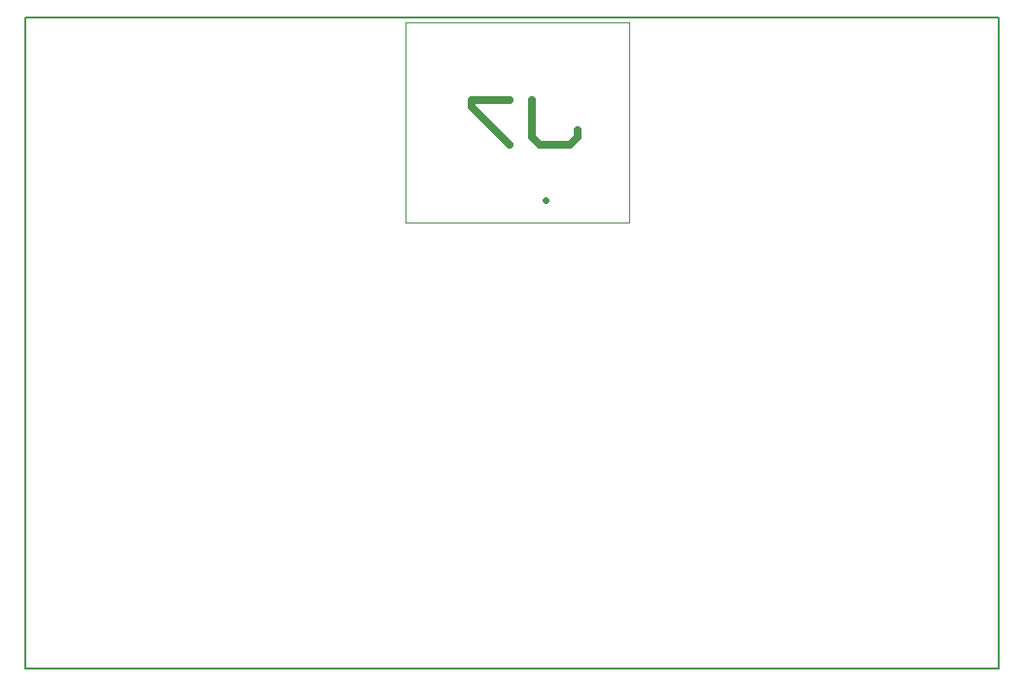
<source format=gbr>
G04 PROTEUS RS274X GERBER FILE*
%FSLAX45Y45*%
%MOMM*%
G01*
%ADD31C,0.203200*%
%ADD39C,0.100000*%
%ADD93C,0.630000*%
%ADD94C,0.653330*%
D31*
X-9460000Y-140000D02*
X-990000Y-140000D01*
X-990000Y+5530000D01*
X-9460000Y+5530000D01*
X-9460000Y-140000D01*
D39*
X-6155000Y+3748000D02*
X-4205000Y+3748000D01*
X-4205000Y+5492000D01*
X-6155000Y+5492000D01*
X-6155000Y+3748000D01*
D93*
X-4935000Y+3942000D02*
X-4935000Y+3942000D01*
D94*
X-4657334Y+4554667D02*
X-4657334Y+4489333D01*
X-4722667Y+4424000D01*
X-4984000Y+4424000D01*
X-5049333Y+4489333D01*
X-5049333Y+4816000D01*
X-5245333Y+4816000D02*
X-5571999Y+4816000D01*
X-5571999Y+4750667D01*
X-5245333Y+4424000D01*
M02*

</source>
